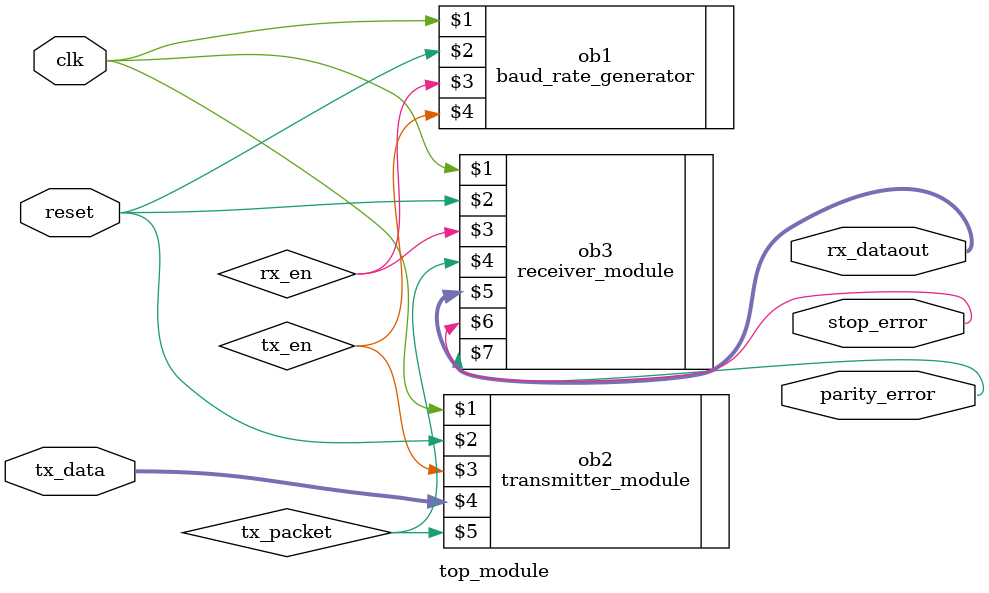
<source format=v>
`include "baud_rate_generator.v"
`include "transmitter_module.v"
`include "receiver_module.v"

module top_module (
    input clk,
    input reset,
    input [7:0] tx_data,
    output [7:0] rx_dataout,
    output stop_error,
    output parity_error );

    wire rx_en, tx_en;
    wire tx_packet;

    baud_rate_generator ob1 ( clk, reset, rx_en, tx_en);
    transmitter_module ob2 ( clk, reset, tx_en, tx_data, tx_packet );
    receiver_module ob3 ( clk, reset, rx_en, tx_packet, rx_dataout, stop_error, parity_error );

endmodule

</source>
